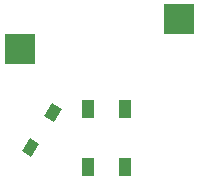
<source format=gbp>
G04 #@! TF.GenerationSoftware,KiCad,Pcbnew,(5.1.5)-3*
G04 #@! TF.CreationDate,2020-05-06T13:52:35+02:00*
G04 #@! TF.ProjectId,Cherry-Mx-Bitboard-Re-19.05mm,43686572-7279-42d4-9d78-2d426974626f,1*
G04 #@! TF.SameCoordinates,Original*
G04 #@! TF.FileFunction,Paste,Bot*
G04 #@! TF.FilePolarity,Positive*
%FSLAX46Y46*%
G04 Gerber Fmt 4.6, Leading zero omitted, Abs format (unit mm)*
G04 Created by KiCad (PCBNEW (5.1.5)-3) date 2020-05-06 13:52:35*
%MOMM*%
%LPD*%
G04 APERTURE LIST*
%ADD10R,2.550000X2.500000*%
%ADD11R,1.000000X1.500000*%
%ADD12C,0.100000*%
G04 APERTURE END LIST*
D10*
X85285000Y-51275000D03*
X98735000Y-48735000D03*
D11*
X91033600Y-61239400D03*
X94233600Y-61239400D03*
X91033600Y-56339400D03*
X94233600Y-56339400D03*
D12*
G36*
X86246366Y-60418422D02*
G01*
X85445144Y-59907987D01*
X86143634Y-58811578D01*
X86944856Y-59322013D01*
X86246366Y-60418422D01*
G37*
G36*
X88153780Y-57424382D02*
G01*
X87352558Y-56913947D01*
X88051048Y-55817538D01*
X88852270Y-56327973D01*
X88153780Y-57424382D01*
G37*
M02*

</source>
